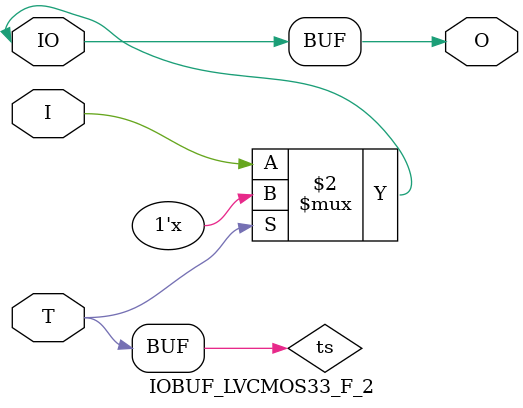
<source format=v>

/*

FUNCTION    : INPUT TRI-STATE OUTPUT BUFFER

*/

`celldefine
`timescale  100 ps / 10 ps

module IOBUF_LVCMOS33_F_2 (O, IO, I, T);

    output O;

    inout  IO;

    input  I, T;

    or O1 (ts, 1'b0, T);
    bufif0 T1 (IO, I, ts);

    buf B1 (O, IO);

endmodule

</source>
